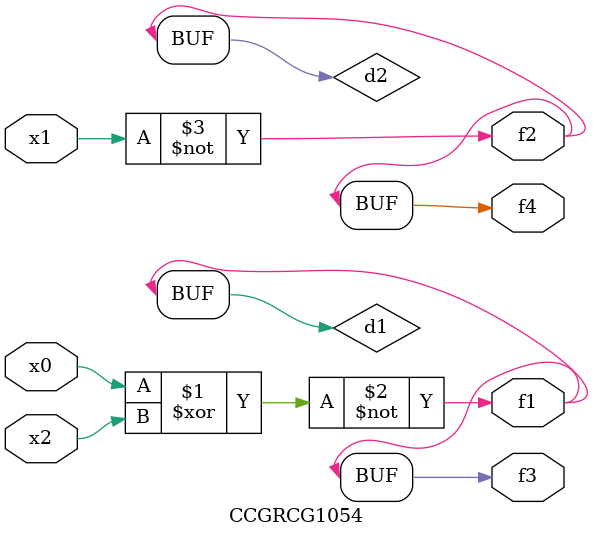
<source format=v>
module CCGRCG1054(
	input x0, x1, x2,
	output f1, f2, f3, f4
);

	wire d1, d2, d3;

	xnor (d1, x0, x2);
	nand (d2, x1);
	nor (d3, x1, x2);
	assign f1 = d1;
	assign f2 = d2;
	assign f3 = d1;
	assign f4 = d2;
endmodule

</source>
